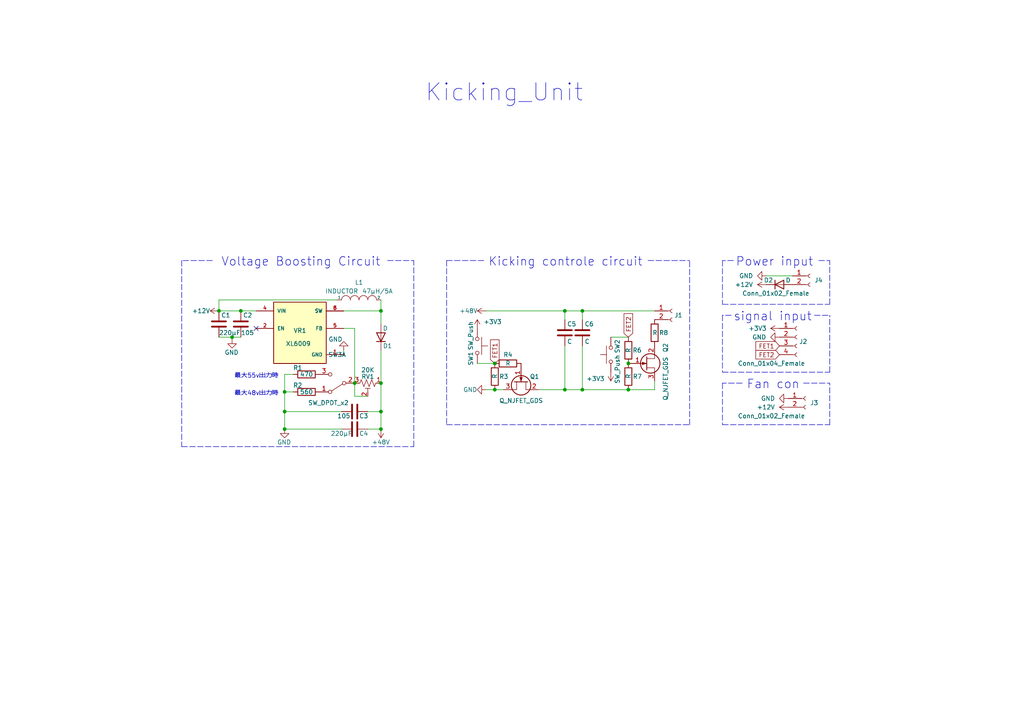
<source format=kicad_sch>
(kicad_sch (version 20211123) (generator eeschema)
  (paper "A4")
  (lib_symbols
    (symbol "Connector:Conn_01x02_Female" (pin_names (offset 1.016) hide)
      (property "Reference" "J" (at 0 2.54 0))
      (property "Value" "Conn_01x02_Female" (at 0 -5.08 0))
      (symbol "Conn_01x02_Female_1_1"
        (arc (start 0 -2.032) (mid -0.508 -2.54) (end 0 -3.048) (stroke (width 0.1524)))
        (polyline (pts (xy -1.27 -2.54) (xy -0.508 -2.54)) (stroke (width 0.1524)))
        (polyline (pts (xy -1.27 0) (xy -0.508 0)) (stroke (width 0.1524)))
        (arc (start 0 0.508) (mid -0.508 0) (end 0 -0.508) (stroke (width 0.1524)))
        (pin passive line (at -5.08 0 0) (length 3.81) (name "Pin_1") (number "1"))
        (pin passive line (at -5.08 -2.54 0) (length 3.81) (name "Pin_2") (number "2"))
      )
    )
    (symbol "Connector:Conn_01x04_Female" (pin_names (offset 1.016) hide)
      (property "Reference" "J" (at 0 5.08 0))
      (property "Value" "Conn_01x04_Female" (at 0 -7.62 0))
      (symbol "Conn_01x04_Female_1_1"
        (arc (start 0 -4.572) (mid -0.508 -5.08) (end 0 -5.588) (stroke (width 0.1524)))
        (arc (start 0 -2.032) (mid -0.508 -2.54) (end 0 -3.048) (stroke (width 0.1524)))
        (polyline (pts (xy -1.27 -5.08) (xy -0.508 -5.08)) (stroke (width 0.1524)))
        (polyline (pts (xy -1.27 -2.54) (xy -0.508 -2.54)) (stroke (width 0.1524)))
        (polyline (pts (xy -1.27 0) (xy -0.508 0)) (stroke (width 0.1524)))
        (polyline (pts (xy -1.27 2.54) (xy -0.508 2.54)) (stroke (width 0.1524)))
        (arc (start 0 0.508) (mid -0.508 0) (end 0 -0.508) (stroke (width 0.1524)))
        (arc (start 0 3.048) (mid -0.508 2.54) (end 0 2.032) (stroke (width 0.1524)))
        (pin passive line (at -5.08 2.54 0) (length 3.81) (name "Pin_1") (number "1"))
        (pin passive line (at -5.08 0 0) (length 3.81) (name "Pin_2") (number "2"))
        (pin passive line (at -5.08 -2.54 0) (length 3.81) (name "Pin_3") (number "3"))
        (pin passive line (at -5.08 -5.08 0) (length 3.81) (name "Pin_4") (number "4"))
      )
    )
    (symbol "Device:C" (pin_numbers hide) (pin_names (offset 0.254))
      (property "Reference" "C" (at 0.635 2.54 0))
      (property "Value" "C" (at 0.635 -2.54 0))
      (symbol "C_0_1"
        (polyline (pts (xy -2.032 -0.762) (xy 2.032 -0.762)) (stroke (width 0.508)))
        (polyline (pts (xy -2.032 0.762) (xy 2.032 0.762)) (stroke (width 0.508)))
      )
      (symbol "C_1_1"
        (pin passive line (at 0 3.81 270) (length 2.794) (name "~") (number "1"))
        (pin passive line (at 0 -3.81 90) (length 2.794) (name "~") (number "2"))
      )
    )
    (symbol "Device:D" (pin_numbers hide) (pin_names (offset 1.016) hide)
      (property "Reference" "D" (at 0 2.54 0))
      (property "Value" "D" (at 0 -2.54 0))
      (symbol "D_0_1"
        (polyline (pts (xy -1.27 1.27) (xy -1.27 -1.27)) (stroke (width 0.254)))
        (polyline (pts (xy 1.27 0) (xy -1.27 0)))
        (polyline (pts (xy 1.27 1.27) (xy 1.27 -1.27) (xy -1.27 0) (xy 1.27 1.27)) (stroke (width 0.254)))
      )
      (symbol "D_1_1"
        (pin passive line (at -3.81 0 0) (length 2.54) (name "K") (number "1"))
        (pin passive line (at 3.81 0 180) (length 2.54) (name "A") (number "2"))
      )
    )
    (symbol "Device:Q_NJFET_GDS" (pin_names (offset 0) hide)
      (property "Reference" "Q" (at 5.08 1.27 0))
      (property "Value" "Q_NJFET_GDS" (at 5.08 -1.27 0))
      (symbol "Q_NJFET_GDS_0_1"
        (polyline (pts (xy 0.254 1.905) (xy 0.254 -1.905) (xy 0.254 -1.905)) (stroke (width 0.254)))
        (polyline (pts (xy 2.54 -2.54) (xy 2.54 -1.27) (xy 0.254 -1.27)))
        (polyline (pts (xy 2.54 2.54) (xy 2.54 1.397) (xy 0.254 1.397)))
        (polyline (pts (xy 0 0) (xy -1.016 0.381) (xy -1.016 -0.381) (xy 0 0)) (fill (type outline)))
        (circle (center 1.27 0) (radius 2.8194) (stroke (width 0.254)))
      )
      (symbol "Q_NJFET_GDS_1_1"
        (pin input line (at -5.08 0 0) (length 5.334) (name "G") (number "1"))
        (pin passive line (at 2.54 5.08 270) (length 2.54) (name "D") (number "2"))
        (pin passive line (at 2.54 -5.08 90) (length 2.54) (name "S") (number "3"))
      )
    )
    (symbol "Device:R" (pin_numbers hide) (pin_names (offset 0))
      (property "Reference" "R" (at 2.032 0 90))
      (property "Value" "R" (at 0 0 90))
      (symbol "R_0_1"
        (rectangle (start -1.016 -2.54) (end 1.016 2.54) (stroke (width 0.254)))
      )
      (symbol "R_1_1"
        (pin passive line (at 0 3.81 270) (length 1.27) (name "~") (number "1"))
        (pin passive line (at 0 -3.81 90) (length 1.27) (name "~") (number "2"))
      )
    )
    (symbol "Device:R_Potentiometer_Trim_US" (pin_names (offset 1.016) hide)
      (property "Reference" "RV" (at -4.445 0 90))
      (property "Value" "R_Potentiometer_Trim_US" (at -2.54 0 90))
      (symbol "R_Potentiometer_Trim_US_0_1"
        (polyline (pts (xy 0 -2.286) (xy 0 -2.54)))
        (polyline (pts (xy 0 2.286) (xy 0 2.54)))
        (polyline (pts (xy 1.524 0.762) (xy 1.524 -0.762)))
        (polyline (pts (xy 2.54 0) (xy 1.524 0)))
        (polyline (pts (xy 0 -0.762) (xy 1.016 -1.143) (xy 0 -1.524) (xy -1.016 -1.905) (xy 0 -2.286)))
        (polyline (pts (xy 0 0.762) (xy 1.016 0.381) (xy 0 0) (xy -1.016 -0.381) (xy 0 -0.762)))
        (polyline (pts (xy 0 2.286) (xy 1.016 1.905) (xy 0 1.524) (xy -1.016 1.143) (xy 0 0.762)))
      )
      (symbol "R_Potentiometer_Trim_US_1_1"
        (pin passive line (at 0 3.81 270) (length 1.27) (name "1") (number "1"))
        (pin passive line (at 3.81 0 180) (length 1.27) (name "2") (number "2"))
        (pin passive line (at 0 -3.81 90) (length 1.27) (name "3") (number "3"))
      )
    )
    (symbol "Switch:SW_DPDT_x2" (pin_names (offset 0) hide)
      (property "Reference" "SW" (at 0 4.318 0))
      (property "Value" "SW_DPDT_x2" (at 0 -5.08 0))
      (symbol "SW_DPDT_x2_0_0"
        (circle (center -2.032 0) (radius 0.508))
        (circle (center 2.032 -2.54) (radius 0.508))
      )
      (symbol "SW_DPDT_x2_0_1"
        (polyline (pts (xy -1.524 0.254) (xy 1.651 2.286)))
        (circle (center 2.032 2.54) (radius 0.508))
      )
      (symbol "SW_DPDT_x2_1_1"
        (pin passive line (at 5.08 2.54 180) (length 2.54) (name "A") (number "1"))
        (pin passive line (at -5.08 0 0) (length 2.54) (name "B") (number "2"))
        (pin passive line (at 5.08 -2.54 180) (length 2.54) (name "C") (number "3"))
      )
      (symbol "SW_DPDT_x2_2_1"
        (pin passive line (at 5.08 2.54 180) (length 2.54) (name "A") (number "4"))
        (pin passive line (at -5.08 0 0) (length 2.54) (name "B") (number "5"))
        (pin passive line (at 5.08 -2.54 180) (length 2.54) (name "C") (number "6"))
      )
    )
    (symbol "Switch:SW_Push" (pin_numbers hide) (pin_names (offset 1.016) hide)
      (property "Reference" "SW" (at 1.27 2.54 0))
      (property "Value" "SW_Push" (at 0 -1.524 0))
      (symbol "SW_Push_0_1"
        (circle (center -2.032 0) (radius 0.508))
        (polyline (pts (xy 0 1.27) (xy 0 3.048)))
        (polyline (pts (xy 2.54 1.27) (xy -2.54 1.27)))
        (circle (center 2.032 0) (radius 0.508))
        (pin passive line (at -5.08 0 0) (length 2.54) (name "1") (number "1"))
        (pin passive line (at 5.08 0 180) (length 2.54) (name "2") (number "2"))
      )
    )
    (symbol "XL6009_1" (pin_names (offset 1.016))
      (property "Reference" "VR" (at -7.62 8.89 0))
      (property "Value" "XL6009_1" (at -7.62 -11.43 0))
      (symbol "XL6009_1_0_0"
        (rectangle (start -7.62 -10.16) (end 7.62 7.62) (stroke (width 0.254)) (fill (type background)))
        (pin power_in line (at 12.7 -7.62 180) (length 5.08) (name "GND") (number "1"))
        (pin input line (at -12.7 0 0) (length 5.08) (name "EN") (number "2"))
        (pin output line (at 12.7 5.08 180) (length 5.08) (name "SW") (number "3"))
        (pin input line (at -12.7 5.08 0) (length 5.08) (name "VIN") (number "4"))
        (pin input line (at 12.7 0 180) (length 5.08) (name "FB") (number "5"))
        (pin output line (at 12.7 5.08 180) (length 5.08) (name "SW") (number "6"))
      )
    )
    (symbol "power:+12V" (power) (pin_names (offset 0))
      (property "Value" "+12V" (at 0 3.556 0))
      (symbol "+12V_0_1"
        (polyline (pts (xy -0.762 1.27) (xy 0 2.54)))
        (polyline (pts (xy 0 0) (xy 0 2.54)))
        (polyline (pts (xy 0 2.54) (xy 0.762 1.27)))
      )
      (symbol "+12V_1_1"
        (pin power_in line (at 0 0 90) (length 0) hide (name "+12V") (number "1"))
      )
    )
    (symbol "power:+3.3V" (power) (pin_names (offset 0))
      (property "Value" "+3.3V" (at 0 3.556 0))
      (symbol "+3.3V_0_1"
        (polyline (pts (xy -0.762 1.27) (xy 0 2.54)))
        (polyline (pts (xy 0 0) (xy 0 2.54)))
        (polyline (pts (xy 0 2.54) (xy 0.762 1.27)))
      )
      (symbol "+3.3V_1_1"
        (pin power_in line (at 0 0 90) (length 0) hide (name "+3V3") (number "1"))
      )
    )
    (symbol "power:+48V" (power) (pin_names (offset 0))
      (property "Value" "+48V" (at 0 3.556 0))
      (symbol "+48V_0_1"
        (polyline (pts (xy -0.762 1.27) (xy 0 2.54)))
        (polyline (pts (xy 0 0) (xy 0 2.54)))
        (polyline (pts (xy 0 2.54) (xy 0.762 1.27)))
      )
      (symbol "+48V_1_1"
        (pin power_in line (at 0 0 90) (length 0) hide (name "+48V") (number "1"))
      )
    )
    (symbol "power:GND" (power) (pin_names (offset 0))
      (property "Value" "GND" (at 0 -3.81 0))
      (symbol "GND_0_1"
        (polyline (pts (xy 0 0) (xy 0 -1.27) (xy 1.27 -1.27) (xy 0 -2.54) (xy -1.27 -1.27) (xy 0 -1.27)))
      )
      (symbol "GND_1_1"
        (pin power_in line (at 0 0 270) (length 0) hide (name "GND") (number "1"))
      )
    )
    (symbol "pspice:INDUCTOR" (pin_numbers hide) (pin_names (offset 0))
      (property "Reference" "L" (at 0 2.54 0))
      (property "Value" "INDUCTOR" (at 0 -1.27 0))
      (symbol "INDUCTOR_0_1"
        (arc (start -2.54 0) (mid -3.81 1.27) (end -5.08 0))
        (arc (start 0 0) (mid -1.27 1.27) (end -2.54 0))
        (arc (start 2.54 0) (mid 1.27 1.27) (end 0 0))
        (arc (start 5.08 0) (mid 3.81 1.27) (end 2.54 0))
      )
      (symbol "INDUCTOR_1_1"
        (pin input line (at -6.35 0 0) (length 1.27) (name "1") (number "1"))
        (pin input line (at 6.35 0 180) (length 1.27) (name "2") (number "2"))
      )
    )
  )
  (junction (at 168.91 90.17))
  (junction (at 110.49 90.17))
  (junction (at 110.49 124.46))
  (junction (at 163.83 90.17))
  (junction (at 69.85 90.17))
  (junction (at 82.55 113.665))
  (junction (at 82.55 124.46))
  (junction (at 63.5 90.17))
  (junction (at 143.51 105.41))
  (junction (at 67.31 97.79))
  (junction (at 110.49 119.38))
  (junction (at 182.245 105.41))
  (junction (at 110.49 111.125))
  (junction (at 102.87 111.125))
  (junction (at 168.91 113.03))
  (junction (at 82.55 119.38))
  (junction (at 182.245 113.03))
  (junction (at 163.83 113.03))
  (junction (at 143.51 113.03))
  (no_connect (at 74.295 95.25))
  (polyline (pts (xy 212.09 91.44) (xy 209.55 91.44)))
  (wire (pts (xy 110.49 111.125) (xy 110.49 119.38)))
  (wire (pts (xy 82.55 113.665) (xy 82.55 119.38)))
  (polyline (pts (xy 240.665 123.19) (xy 240.665 111.125)))
  (polyline (pts (xy 215.265 111.125) (xy 209.55 111.125)))
  (polyline (pts (xy 200.025 123.19) (xy 200.025 75.565)))
  (wire (pts (xy 102.87 114.935) (xy 106.68 114.935)))
  (wire (pts (xy 67.31 98.425) (xy 67.31 97.79)))
  (wire (pts (xy 110.49 86.995) (xy 110.49 90.17)))
  (polyline (pts (xy 209.55 75.565) (xy 209.55 88.265)))
  (wire (pts (xy 63.5 90.17) (xy 69.85 90.17)))
  (wire (pts (xy 63.5 97.79) (xy 67.31 97.79)))
  (polyline (pts (xy 209.55 91.44) (xy 209.55 107.95)))
  (wire (pts (xy 168.91 100.33) (xy 168.91 113.03)))
  (wire (pts (xy 163.83 90.17) (xy 168.91 90.17)))
  (wire (pts (xy 163.83 113.03) (xy 168.91 113.03)))
  (wire (pts (xy 102.87 111.125) (xy 102.87 114.935)))
  (polyline (pts (xy 52.705 129.54) (xy 120.015 129.54)))
  (wire (pts (xy 82.55 119.38) (xy 82.55 124.46)))
  (wire (pts (xy 110.49 101.6) (xy 110.49 111.125)))
  (wire (pts (xy 63.5 86.995) (xy 63.5 90.17)))
  (wire (pts (xy 146.05 113.03) (xy 143.51 113.03)))
  (wire (pts (xy 106.68 124.46) (xy 110.49 124.46)))
  (wire (pts (xy 156.21 113.03) (xy 163.83 113.03)))
  (polyline (pts (xy 212.725 75.565) (xy 209.55 75.565)))
  (wire (pts (xy 82.55 108.585) (xy 82.55 113.665)))
  (wire (pts (xy 102.87 95.25) (xy 102.87 111.125)))
  (wire (pts (xy 168.91 90.17) (xy 189.865 90.17)))
  (polyline (pts (xy 52.705 75.565) (xy 52.705 129.54)))
  (polyline (pts (xy 112.395 75.565) (xy 120.015 75.565)))
  (polyline (pts (xy 209.55 123.19) (xy 240.665 123.19)))
  (wire (pts (xy 110.49 93.98) (xy 110.49 90.17)))
  (wire (pts (xy 110.49 90.17) (xy 99.695 90.17)))
  (wire (pts (xy 138.43 105.41) (xy 143.51 105.41)))
  (wire (pts (xy 163.83 100.33) (xy 163.83 113.03)))
  (wire (pts (xy 177.165 97.79) (xy 182.245 97.79)))
  (wire (pts (xy 106.68 119.38) (xy 110.49 119.38)))
  (polyline (pts (xy 236.22 91.44) (xy 240.665 91.44)))
  (wire (pts (xy 82.55 124.46) (xy 99.06 124.46)))
  (polyline (pts (xy 240.665 88.265) (xy 240.665 75.565)))
  (wire (pts (xy 140.97 90.17) (xy 163.83 90.17)))
  (polyline (pts (xy 209.55 107.95) (xy 240.665 107.95)))
  (polyline (pts (xy 209.55 88.265) (xy 240.665 88.265)))
  (polyline (pts (xy 61.595 75.565) (xy 52.705 75.565)))
  (wire (pts (xy 163.83 92.71) (xy 163.83 90.17)))
  (wire (pts (xy 82.55 113.665) (xy 85.09 113.665)))
  (wire (pts (xy 168.91 113.03) (xy 182.245 113.03)))
  (wire (pts (xy 99.06 119.38) (xy 82.55 119.38)))
  (polyline (pts (xy 237.49 75.565) (xy 240.665 75.565)))
  (wire (pts (xy 222.25 80.01) (xy 229.87 80.01)))
  (polyline (pts (xy 233.045 111.125) (xy 240.665 111.125)))
  (wire (pts (xy 140.97 113.03) (xy 143.51 113.03)))
  (polyline (pts (xy 120.015 129.54) (xy 120.015 75.565)))
  (polyline (pts (xy 129.54 75.565) (xy 129.54 123.19)))
  (wire (pts (xy 97.79 86.995) (xy 63.5 86.995)))
  (wire (pts (xy 182.245 113.03) (xy 189.865 113.03)))
  (wire (pts (xy 69.85 90.17) (xy 74.295 90.17)))
  (wire (pts (xy 110.49 124.46) (xy 110.49 119.38)))
  (polyline (pts (xy 140.335 75.565) (xy 129.54 75.565)))
  (polyline (pts (xy 240.665 107.95) (xy 240.665 91.44)))
  (polyline (pts (xy 129.54 123.19) (xy 200.025 123.19)))
  (polyline (pts (xy 209.55 111.125) (xy 209.55 123.19)))
  (polyline (pts (xy 187.96 75.565) (xy 200.025 75.565)))
  (wire (pts (xy 82.55 108.585) (xy 85.09 108.585)))
  (wire (pts (xy 168.91 92.71) (xy 168.91 90.17)))
  (wire (pts (xy 99.695 95.25) (xy 102.87 95.25)))
  (wire (pts (xy 189.865 110.49) (xy 189.865 113.03)))
  (wire (pts (xy 67.31 97.79) (xy 69.85 97.79)))
  (wire (pts (xy 99.695 101.6) (xy 99.695 102.87)))
  (text "Voltage Boosting Circuit" (at 64.135 77.47 0) (effects (font (size 2.5 2.5)) (justify left bottom)))
  (text "Power input" (at 213.36 77.47 0) (effects (font (size 2.5 2.5)) (justify left bottom)))
  (text "Kicking_Unit" (at 123.19 29.845 0) (effects (font (size 5 5)) (justify left bottom)))
  (text "Kicking controle circuit" (at 141.605 77.47 0) (effects (font (size 2.5 2.5)) (justify left bottom)))
  (text "signal input" (at 212.725 93.345 0) (effects (font (size 2.5 2.5)) (justify left bottom)))
  (text "最大55v出力時" (at 67.945 109.855 0) (effects (font (size 1.27 1.27)) (justify left bottom)))
  (text "最大48v出力時" (at 67.945 114.935 0) (effects (font (size 1.27 1.27)) (justify left bottom)))
  (text "Fan con" (at 216.535 113.03 0) (effects (font (size 2.5 2.5)) (justify left bottom)))
  (global_label "FET1" (shape input) (at 143.51 105.41 90) (property "Intersheet References" "${INTERSHEET_REFS}" (effects hide)))
  (global_label "FET2" (shape input) (at 226.06 102.87 180) (property "Intersheet References" "${INTERSHEET_REFS}" (effects hide)))
  (global_label "FET2" (shape input) (at 182.245 97.79 90) (property "Intersheet References" "${INTERSHEET_REFS}" (effects hide)))
  (global_label "FET1" (shape input) (at 226.06 100.33 180) (property "Intersheet References" "${INTERSHEET_REFS}" (effects hide)))
  (symbol (lib_id "Device:R") (at 189.865 96.52 0) (unit 1)
    (property "Reference" "R8" (at 191.135 96.52 0) (effects (justify left)))
    (property "Value" "R" (at 189.23 96.52 0) (effects (justify left)))
    (property "Footprint" "Lib:5W 1Ω sement" (effects hide))
  )
  (symbol (lib_id "pspice:INDUCTOR") (at 104.14 86.995 0) (unit 1)
    (property "Reference" "L1" (at 104.14 81.915 0))
    (property "Value" "INDUCTOR　47μH/5A" (at 104.14 84.455 0))
    (property "Footprint" "Inductor_SMD:L_12x12mm_H8mm" (effects hide))
  )
  (symbol (lib_id "power:GND") (at 99.695 101.6 180) (unit 1)
    (property "Reference" "#PWR04" (effects hide))
    (property "Value" "GND" (at 95.25 98.425 0) (effects (justify right)))
  )
  (symbol (lib_id "power:+12V") (at 228.6 118.11 90) (unit 1)
    (property "Reference" "#PWR015" (effects hide))
    (property "Value" "+12V" (at 224.79 118.1099 90) (effects (justify left)))
  )
  (symbol (lib_id "Switch:SW_Push") (at 138.43 100.33 270) (unit 1)
    (property "Reference" "SW1" (at 136.525 106.045 0) (effects (justify right)))
    (property "Value" "SW_Push" (at 136.525 101.6 0) (effects (justify right)))
    (property "Footprint" "Button_Switch_THT:SW_PUSH_6mm_H5mm" (effects hide))
  )
  (symbol (lib_id "power:GND") (at 228.6 115.57 270) (unit 1)
    (property "Reference" "#PWR014" (effects hide))
    (property "Value" "GND" (at 224.79 115.5699 90) (effects (justify right)))
  )
  (symbol (lib_id "Device:R") (at 147.32 105.41 90) (unit 1)
    (property "Reference" "R4" (at 147.32 102.87 90))
    (property "Value" "R" (at 147.32 105.41 90))
    (property "Footprint" "Resistor_SMD:R_0402_1005Metric" (effects hide))
  )
  (symbol (lib_id "power:GND") (at 82.55 124.46 0) (unit 1)
    (property "Reference" "#PWR03" (effects hide))
    (property "Value" "GND" (at 84.455 128.27 0) (effects (justify right)))
  )
  (symbol (lib_id "power:+3.3V") (at 177.165 107.95 180) (unit 1)
    (property "Reference" "#PWR09" (effects hide))
    (property "Value" "+3.3V" (at 172.72 109.855 0))
  )
  (symbol (lib_id "Device:R") (at 88.9 108.585 90) (unit 1)
    (property "Reference" "R1" (at 86.36 106.68 90))
    (property "Value" "470" (at 88.9 108.585 90))
    (property "Footprint" "Resistor_SMD:R_0402_1005Metric" (effects hide))
  )
  (symbol (lib_id "Connector:Conn_01x02_Female") (at 233.68 115.57 0) (unit 1)
    (property "Reference" "J3" (at 234.95 116.84 0) (effects (justify left)))
    (property "Value" "Conn_01x02_Female" (at 213.995 120.65 0) (effects (justify left)))
    (property "Footprint" "Connector_JST:JST_XH_B2B-XH-A_1x02_P2.50mm_Vertical" (effects hide))
  )
  (symbol (lib_id "power:GND") (at 222.25 80.01 270) (unit 1)
    (property "Reference" "#PWR010" (effects hide))
    (property "Value" "GND" (at 218.44 80.0099 90) (effects (justify right)))
  )
  (symbol (lib_id "Device:R") (at 182.245 101.6 180) (unit 1)
    (property "Reference" "R6" (at 184.785 101.6 0))
    (property "Value" "R" (at 182.245 101.6 90))
    (property "Footprint" "Resistor_SMD:R_0402_1005Metric" (effects hide))
  )
  (symbol (lib_id "Device:C") (at 69.85 93.98 0) (unit 1)
    (property "Reference" "C2" (at 70.485 91.44 0) (effects (justify left)))
    (property "Value" "105" (at 69.85 96.52 0) (effects (justify left)))
    (property "Footprint" "Capacitor_SMD:C_0402_1005Metric" (effects hide))
  )
  (symbol (lib_id "Connector:Conn_01x02_Female") (at 194.945 90.17 0) (unit 1)
    (property "Reference" "J1" (at 195.58 91.44 0) (effects (justify left)))
    (property "Value" "Conn_01x02_Female" (effects hide))
    (property "Footprint" "Connector_JST:JST_XH_B2B-XH-A_1x02_P2.50mm_Vertical" (effects hide))
  )
  (symbol (lib_id "power:+3.3V") (at 226.06 95.25 90) (unit 1)
    (property "Reference" "#PWR012" (effects hide))
    (property "Value" "+3.3V" (at 219.71 95.25 90))
  )
  (symbol (lib_id "power:GND") (at 67.31 98.425 0) (unit 1)
    (property "Reference" "#PWR02" (effects hide))
    (property "Value" "GND" (at 69.215 102.235 0) (effects (justify right)))
  )
  (symbol (lib_id "power:GND") (at 226.06 97.79 270) (unit 1)
    (property "Reference" "#PWR013" (effects hide))
    (property "Value" "GND" (at 222.25 97.7899 90) (effects (justify right)))
  )
  (symbol (lib_id "Connector:Conn_01x02_Female") (at 234.95 80.01 0) (unit 1)
    (property "Reference" "J4" (at 236.22 81.28 0) (effects (justify left)))
    (property "Value" "Conn_01x02_Female" (at 215.265 85.09 0) (effects (justify left)))
    (property "Footprint" "Connector_JST:JST_XH_B4B-XH-A_1x04_P2.50mm_Vertical" (effects hide))
  )
  (symbol (lib_id "power:+48V") (at 110.49 124.46 180) (unit 1)
    (property "Reference" "#PWR05" (effects hide))
    (property "Value" "+48V" (at 110.49 128.27 0))
  )
  (symbol (lib_id "Device:D") (at 110.49 97.79 90) (unit 1)
    (property "Reference" "D1" (at 112.395 100.33 90))
    (property "Value" "D" (at 111.76 95.25 90))
    (property "Footprint" "Diode_THT:D_A-405_P7.62mm_Horizontal" (effects hide))
  )
  (symbol (lib_id "Device:C") (at 102.87 119.38 270) (unit 1)
    (property "Reference" "C3" (at 104.14 120.65 90) (effects (justify left)))
    (property "Value" "105" (at 97.79 120.65 90) (effects (justify left)))
    (property "Footprint" "Capacitor_SMD:C_0402_1005Metric" (effects hide))
  )
  (symbol (lib_id "power:+12V") (at 222.25 82.55 90) (unit 1)
    (property "Reference" "#PWR011" (effects hide))
    (property "Value" "+12V" (at 218.44 82.5499 90) (effects (justify left)))
  )
  (symbol (lib_id "Device:R") (at 182.245 109.22 0) (unit 1)
    (property "Reference" "R7" (at 183.515 109.22 0) (effects (justify left)))
    (property "Value" "R" (at 182.245 109.855 90) (effects (justify left)))
    (property "Footprint" "Resistor_SMD:R_0402_1005Metric" (effects hide))
  )
  (symbol (lib_id "Connector:Conn_01x04_Female") (at 231.14 97.79 0) (unit 1)
    (property "Reference" "J2" (at 231.775 99.06 0) (effects (justify left)))
    (property "Value" "Conn_01x04_Female" (at 213.995 105.41 0) (effects (justify left)))
    (property "Footprint" "Connector_JST:JST_XH_B4B-XH-A_1x04_P2.50mm_Vertical" (effects hide))
  )
  (symbol (lib_id "power:GND") (at 140.97 113.03 270) (unit 1)
    (property "Reference" "#PWR08" (effects hide))
    (property "Value" "GND" (at 138.43 113.03 90) (effects (justify right)))
  )
  (symbol (lib_id "Device:C") (at 102.87 124.46 270) (unit 1)
    (property "Reference" "C4" (at 104.14 125.73 90) (effects (justify left)))
    (property "Value" "220μF" (at 95.885 125.73 90) (effects (justify left)))
    (property "Footprint" "Capacitor_SMD:C_Elec_8x10.2" (effects hide))
  )
  (symbol (lib_id "Device:C") (at 163.83 96.52 0) (unit 1)
    (property "Reference" "C5" (at 164.465 93.98 0) (effects (justify left)))
    (property "Value" "C" (at 164.465 99.06 0) (effects (justify left)))
    (property "Footprint" "Connector_JST:JST_XH_B2B-XH-A_1x02_P2.50mm_Vertical" (effects hide))
  )
  (symbol (lib_id "Device:D") (at 226.06 82.55 0) (unit 1)
    (property "Reference" "D2" (at 222.885 81.28 0))
    (property "Value" "D" (at 228.6 81.28 0))
    (property "Footprint" "Diode_THT:D_A-405_P7.62mm_Horizontal" (effects hide))
  )
  (symbol (lib_id "power:+48V") (at 140.97 90.17 90) (unit 1)
    (property "Reference" "#PWR07" (effects hide))
    (property "Value" "+48V" (at 135.89 90.17 90))
  )
  (symbol (lib_id "Device:R") (at 143.51 109.22 0) (unit 1)
    (property "Reference" "R3" (at 144.78 109.22 0) (effects (justify left)))
    (property "Value" "R" (at 143.51 109.855 90) (effects (justify left)))
    (property "Footprint" "Resistor_SMD:R_0402_1005Metric" (effects hide))
  )
  (symbol (lib_id "Device:Q_NJFET_GDS") (at 187.325 105.41 0) (unit 1)
    (property "Reference" "Q2" (at 193.04 102.235 90) (effects (justify left)))
    (property "Value" "Q_NJFET_GDS" (at 193.04 116.205 90) (effects (justify left)))
    (property "Footprint" "Lib:K15A20D" (effects hide))
  )
  (symbol (lib_id "power:+3.3V") (at 138.43 95.25 0) (unit 1)
    (property "Reference" "#PWR06" (effects hide))
    (property "Value" "+3.3V" (at 142.875 93.345 0))
  )
  (symbol (lib_id "Device:Q_NJFET_GDS") (at 151.13 110.49 270) (unit 1)
    (property "Reference" "Q1" (at 153.67 109.22 90) (effects (justify left)))
    (property "Value" "Q_NJFET_GDS" (at 144.78 116.205 90) (effects (justify left)))
    (property "Footprint" "Lib:K15A20D" (effects hide))
  )
  (symbol (lib_id "Device:C") (at 168.91 96.52 0) (unit 1)
    (property "Reference" "C6" (at 169.545 93.98 0) (effects (justify left)))
    (property "Value" "C" (at 169.545 99.06 0) (effects (justify left)))
    (property "Footprint" "Connector_JST:JST_XH_B2B-XH-A_1x02_P2.50mm_Vertical" (effects hide))
  )
  (symbol (lib_id "power:+12V") (at 63.5 90.17 90) (unit 1)
    (property "Reference" "#PWR01" (effects hide))
    (property "Value" "+12V" (at 60.96 90.17 90) (effects (justify left)))
  )
  (symbol (lib_id "Device:R") (at 88.9 113.665 90) (unit 1)
    (property "Reference" "R2" (at 86.36 111.76 90))
    (property "Value" "560" (at 88.9 113.665 90))
    (property "Footprint" "Resistor_SMD:R_0402_1005Metric" (effects hide))
  )
  (symbol (lib_name "XL6009_1") (lib_id "XL6009:XL6009") (at 86.995 95.25 0) (unit 1)
    (property "Reference" "VR1" (at 88.9 95.885 0) (effects (justify right)))
    (property "Value" "XL6009" (at 90.17 99.695 0) (effects (justify right)))
    (property "Footprint" "XL6009:DPAK170P1435X465-6N" (effects hide))
    (property "PARTREV" "1.1" (effects hide))
    (property "MANUFACTURER" "XLSEMI" (effects hide))
    (property "MAXIMUM_PACKAGE_HEIGHT" "4.65mm" (effects hide))
    (property "STANDARD" "IPC-7351B" (effects hide))
  )
  (symbol (lib_id "Switch:SW_DPDT_x2") (at 97.79 111.125 180) (unit 1)
    (property "Reference" "SW3" (at 97.79 102.87 0))
    (property "Value" "SW_DPDT_x2" (at 95.25 116.84 0))
    (property "Footprint" "Lib:2MS1T2B4M2QES" (effects hide))
  )
  (symbol (lib_id "Device:C") (at 63.5 93.98 0) (unit 1)
    (property "Reference" "C1" (at 64.135 91.44 0) (effects (justify left)))
    (property "Value" "220μF" (at 63.5 96.52 0) (effects (justify left)))
    (property "Footprint" "Capacitor_SMD:C_Elec_8x10.2" (effects hide))
  )
  (symbol (lib_id "Device:R_Potentiometer_Trim_US") (at 106.68 111.125 270) (unit 1)
    (property "Reference" "RV1" (at 106.68 109.22 90))
    (property "Value" "20K" (at 106.68 107.315 90))
    (property "Footprint" "Potentiometer_THT:Potentiometer_Bourns_3296W_Vertical" (effects hide))
  )
  (symbol (lib_id "Switch:SW_Push") (at 177.165 102.87 90) (unit 1)
    (property "Reference" "SW2" (at 179.07 98.425 0) (effects (justify right)))
    (property "Value" "SW_Push" (at 179.07 102.87 0) (effects (justify right)))
    (property "Footprint" "Button_Switch_THT:SW_PUSH_6mm_H5mm" (effects hide))
  )
)
</source>
